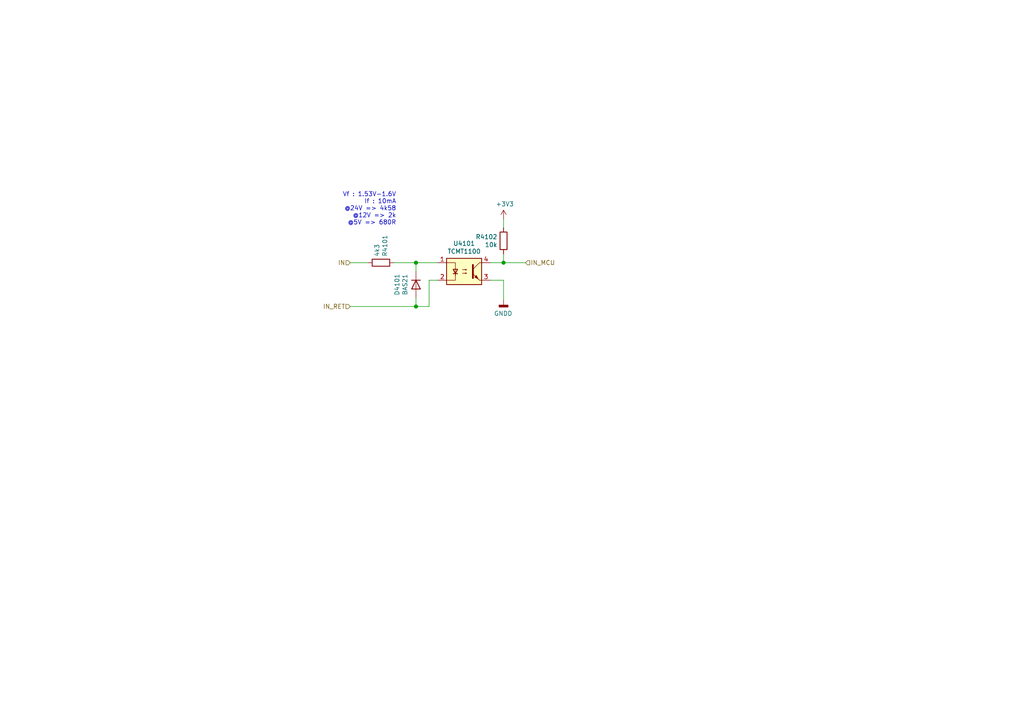
<source format=kicad_sch>
(kicad_sch (version 20211123) (generator eeschema)

  (uuid 30010fc8-4121-456f-ab29-2016785d5607)

  (paper "A4")

  (lib_symbols
    (symbol "Device:R" (pin_numbers hide) (pin_names (offset 0)) (in_bom yes) (on_board yes)
      (property "Reference" "R" (id 0) (at 2.032 0 90)
        (effects (font (size 1.27 1.27)))
      )
      (property "Value" "R" (id 1) (at 0 0 90)
        (effects (font (size 1.27 1.27)))
      )
      (property "Footprint" "" (id 2) (at -1.778 0 90)
        (effects (font (size 1.27 1.27)) hide)
      )
      (property "Datasheet" "~" (id 3) (at 0 0 0)
        (effects (font (size 1.27 1.27)) hide)
      )
      (property "ki_keywords" "R res resistor" (id 4) (at 0 0 0)
        (effects (font (size 1.27 1.27)) hide)
      )
      (property "ki_description" "Resistor" (id 5) (at 0 0 0)
        (effects (font (size 1.27 1.27)) hide)
      )
      (property "ki_fp_filters" "R_*" (id 6) (at 0 0 0)
        (effects (font (size 1.27 1.27)) hide)
      )
      (symbol "R_0_1"
        (rectangle (start -1.016 -2.54) (end 1.016 2.54)
          (stroke (width 0.254) (type default) (color 0 0 0 0))
          (fill (type none))
        )
      )
      (symbol "R_1_1"
        (pin passive line (at 0 3.81 270) (length 1.27)
          (name "~" (effects (font (size 1.27 1.27))))
          (number "1" (effects (font (size 1.27 1.27))))
        )
        (pin passive line (at 0 -3.81 90) (length 1.27)
          (name "~" (effects (font (size 1.27 1.27))))
          (number "2" (effects (font (size 1.27 1.27))))
        )
      )
    )
    (symbol "Diode:BAS21" (pin_numbers hide) (pin_names hide) (in_bom yes) (on_board yes)
      (property "Reference" "D" (id 0) (at 0 2.54 0)
        (effects (font (size 1.27 1.27)))
      )
      (property "Value" "BAS21" (id 1) (at 0 -2.54 0)
        (effects (font (size 1.27 1.27)))
      )
      (property "Footprint" "Package_TO_SOT_SMD:SOT-23" (id 2) (at 0 -4.445 0)
        (effects (font (size 1.27 1.27)) hide)
      )
      (property "Datasheet" "https://www.diodes.com/assets/Datasheets/Ds12004.pdf" (id 3) (at 0 0 0)
        (effects (font (size 1.27 1.27)) hide)
      )
      (property "ki_keywords" "diode" (id 4) (at 0 0 0)
        (effects (font (size 1.27 1.27)) hide)
      )
      (property "ki_description" "250V, 0.4A, High-speed Switching Diode, SOT-23" (id 5) (at 0 0 0)
        (effects (font (size 1.27 1.27)) hide)
      )
      (property "ki_fp_filters" "SOT?23*" (id 6) (at 0 0 0)
        (effects (font (size 1.27 1.27)) hide)
      )
      (symbol "BAS21_0_1"
        (polyline
          (pts
            (xy -1.27 1.27)
            (xy -1.27 -1.27)
          )
          (stroke (width 0.254) (type default) (color 0 0 0 0))
          (fill (type none))
        )
        (polyline
          (pts
            (xy 1.27 0)
            (xy -1.27 0)
          )
          (stroke (width 0) (type default) (color 0 0 0 0))
          (fill (type none))
        )
        (polyline
          (pts
            (xy 1.27 1.27)
            (xy 1.27 -1.27)
            (xy -1.27 0)
            (xy 1.27 1.27)
          )
          (stroke (width 0.254) (type default) (color 0 0 0 0))
          (fill (type none))
        )
      )
      (symbol "BAS21_1_1"
        (pin passive line (at 3.81 0 180) (length 2.54)
          (name "A" (effects (font (size 1.27 1.27))))
          (number "1" (effects (font (size 1.27 1.27))))
        )
        (pin no_connect line (at -1.27 0 0) (length 2.54) hide
          (name "NC" (effects (font (size 1.27 1.27))))
          (number "2" (effects (font (size 1.27 1.27))))
        )
        (pin passive line (at -3.81 0 0) (length 2.54)
          (name "K" (effects (font (size 1.27 1.27))))
          (number "3" (effects (font (size 1.27 1.27))))
        )
      )
    )
    (symbol "Isolator:TCMT1100" (pin_names (offset 1.016)) (in_bom yes) (on_board yes)
      (property "Reference" "U" (id 0) (at 0 5.08 0)
        (effects (font (size 1.27 1.27)))
      )
      (property "Value" "TCMT1100" (id 1) (at 0 -5.08 0)
        (effects (font (size 1.27 1.27)))
      )
      (property "Footprint" "Package_SO:SOP-4_4.4x2.6mm_P1.27mm" (id 2) (at 0 -7.62 0)
        (effects (font (size 1.27 1.27)) hide)
      )
      (property "Datasheet" "http://www.vishay.com/docs/83510/tcmt1100.pdf" (id 3) (at 0 -1.27 0)
        (effects (font (size 1.27 1.27)) (justify left) hide)
      )
      (property "ki_keywords" "NPN DC opto" (id 4) (at 0 0 0)
        (effects (font (size 1.27 1.27)) hide)
      )
      (property "ki_description" "Optocoupler, Vce 70V, CTR 50-600%, Viso 3750V (RMS), SOP-4" (id 5) (at 0 0 0)
        (effects (font (size 1.27 1.27)) hide)
      )
      (property "ki_fp_filters" "SOP*4.4x2.6mm*P1.27mm*" (id 6) (at 0 0 0)
        (effects (font (size 1.27 1.27)) hide)
      )
      (symbol "TCMT1100_1_1"
        (rectangle (start -5.08 3.81) (end 5.08 -3.81)
          (stroke (width 0.254) (type default) (color 0 0 0 0))
          (fill (type background))
        )
        (polyline
          (pts
            (xy -3.175 -0.635)
            (xy -1.905 -0.635)
          )
          (stroke (width 0.254) (type default) (color 0 0 0 0))
          (fill (type none))
        )
        (polyline
          (pts
            (xy 2.54 0.635)
            (xy 4.445 2.54)
          )
          (stroke (width 0) (type default) (color 0 0 0 0))
          (fill (type none))
        )
        (polyline
          (pts
            (xy 4.445 -2.54)
            (xy 2.54 -0.635)
          )
          (stroke (width 0) (type default) (color 0 0 0 0))
          (fill (type outline))
        )
        (polyline
          (pts
            (xy 4.445 -2.54)
            (xy 5.08 -2.54)
          )
          (stroke (width 0) (type default) (color 0 0 0 0))
          (fill (type none))
        )
        (polyline
          (pts
            (xy 4.445 2.54)
            (xy 5.08 2.54)
          )
          (stroke (width 0) (type default) (color 0 0 0 0))
          (fill (type none))
        )
        (polyline
          (pts
            (xy -2.54 -0.635)
            (xy -2.54 -2.54)
            (xy -5.08 -2.54)
          )
          (stroke (width 0) (type default) (color 0 0 0 0))
          (fill (type none))
        )
        (polyline
          (pts
            (xy 2.54 1.905)
            (xy 2.54 -1.905)
            (xy 2.54 -1.905)
          )
          (stroke (width 0.508) (type default) (color 0 0 0 0))
          (fill (type none))
        )
        (polyline
          (pts
            (xy -5.08 2.54)
            (xy -2.54 2.54)
            (xy -2.54 -1.27)
            (xy -2.54 0.635)
          )
          (stroke (width 0) (type default) (color 0 0 0 0))
          (fill (type none))
        )
        (polyline
          (pts
            (xy -2.54 -0.635)
            (xy -3.175 0.635)
            (xy -1.905 0.635)
            (xy -2.54 -0.635)
          )
          (stroke (width 0.254) (type default) (color 0 0 0 0))
          (fill (type none))
        )
        (polyline
          (pts
            (xy -0.508 -0.508)
            (xy 0.762 -0.508)
            (xy 0.381 -0.635)
            (xy 0.381 -0.381)
            (xy 0.762 -0.508)
          )
          (stroke (width 0) (type default) (color 0 0 0 0))
          (fill (type none))
        )
        (polyline
          (pts
            (xy -0.508 0.508)
            (xy 0.762 0.508)
            (xy 0.381 0.381)
            (xy 0.381 0.635)
            (xy 0.762 0.508)
          )
          (stroke (width 0) (type default) (color 0 0 0 0))
          (fill (type none))
        )
        (polyline
          (pts
            (xy 3.048 -1.651)
            (xy 3.556 -1.143)
            (xy 4.064 -2.159)
            (xy 3.048 -1.651)
            (xy 3.048 -1.651)
          )
          (stroke (width 0) (type default) (color 0 0 0 0))
          (fill (type outline))
        )
        (pin passive line (at -7.62 2.54 0) (length 2.54)
          (name "~" (effects (font (size 1.27 1.27))))
          (number "1" (effects (font (size 1.27 1.27))))
        )
        (pin passive line (at -7.62 -2.54 0) (length 2.54)
          (name "~" (effects (font (size 1.27 1.27))))
          (number "2" (effects (font (size 1.27 1.27))))
        )
        (pin passive line (at 7.62 -2.54 180) (length 2.54)
          (name "~" (effects (font (size 1.27 1.27))))
          (number "3" (effects (font (size 1.27 1.27))))
        )
        (pin passive line (at 7.62 2.54 180) (length 2.54)
          (name "~" (effects (font (size 1.27 1.27))))
          (number "4" (effects (font (size 1.27 1.27))))
        )
      )
    )
    (symbol "power:+3V3" (power) (pin_names (offset 0)) (in_bom yes) (on_board yes)
      (property "Reference" "#PWR" (id 0) (at 0 -3.81 0)
        (effects (font (size 1.27 1.27)) hide)
      )
      (property "Value" "+3V3" (id 1) (at 0 3.556 0)
        (effects (font (size 1.27 1.27)))
      )
      (property "Footprint" "" (id 2) (at 0 0 0)
        (effects (font (size 1.27 1.27)) hide)
      )
      (property "Datasheet" "" (id 3) (at 0 0 0)
        (effects (font (size 1.27 1.27)) hide)
      )
      (property "ki_keywords" "power-flag" (id 4) (at 0 0 0)
        (effects (font (size 1.27 1.27)) hide)
      )
      (property "ki_description" "Power symbol creates a global label with name \"+3V3\"" (id 5) (at 0 0 0)
        (effects (font (size 1.27 1.27)) hide)
      )
      (symbol "+3V3_0_1"
        (polyline
          (pts
            (xy -0.762 1.27)
            (xy 0 2.54)
          )
          (stroke (width 0) (type default) (color 0 0 0 0))
          (fill (type none))
        )
        (polyline
          (pts
            (xy 0 0)
            (xy 0 2.54)
          )
          (stroke (width 0) (type default) (color 0 0 0 0))
          (fill (type none))
        )
        (polyline
          (pts
            (xy 0 2.54)
            (xy 0.762 1.27)
          )
          (stroke (width 0) (type default) (color 0 0 0 0))
          (fill (type none))
        )
      )
      (symbol "+3V3_1_1"
        (pin power_in line (at 0 0 90) (length 0) hide
          (name "+3V3" (effects (font (size 1.27 1.27))))
          (number "1" (effects (font (size 1.27 1.27))))
        )
      )
    )
    (symbol "power:GNDD" (power) (pin_names (offset 0)) (in_bom yes) (on_board yes)
      (property "Reference" "#PWR" (id 0) (at 0 -6.35 0)
        (effects (font (size 1.27 1.27)) hide)
      )
      (property "Value" "GNDD" (id 1) (at 0 -3.175 0)
        (effects (font (size 1.27 1.27)))
      )
      (property "Footprint" "" (id 2) (at 0 0 0)
        (effects (font (size 1.27 1.27)) hide)
      )
      (property "Datasheet" "" (id 3) (at 0 0 0)
        (effects (font (size 1.27 1.27)) hide)
      )
      (property "ki_keywords" "power-flag" (id 4) (at 0 0 0)
        (effects (font (size 1.27 1.27)) hide)
      )
      (property "ki_description" "Power symbol creates a global label with name \"GNDD\" , digital ground" (id 5) (at 0 0 0)
        (effects (font (size 1.27 1.27)) hide)
      )
      (symbol "GNDD_0_1"
        (rectangle (start -1.27 -1.524) (end 1.27 -2.032)
          (stroke (width 0.254) (type default) (color 0 0 0 0))
          (fill (type outline))
        )
        (polyline
          (pts
            (xy 0 0)
            (xy 0 -1.524)
          )
          (stroke (width 0) (type default) (color 0 0 0 0))
          (fill (type none))
        )
      )
      (symbol "GNDD_1_1"
        (pin power_in line (at 0 0 270) (length 0) hide
          (name "GNDD" (effects (font (size 1.27 1.27))))
          (number "1" (effects (font (size 1.27 1.27))))
        )
      )
    )
  )

  (junction (at 146.05 76.2) (diameter 1.016) (color 0 0 0 0)
    (uuid 67ab6325-5225-42ee-86cc-5aee5e01efce)
  )
  (junction (at 120.65 88.9) (diameter 1.016) (color 0 0 0 0)
    (uuid bace1c82-95a6-4669-a7e7-5bc2416e7e84)
  )
  (junction (at 120.65 76.2) (diameter 1.016) (color 0 0 0 0)
    (uuid f238640e-3401-420a-ac31-a433f268cbfc)
  )

  (wire (pts (xy 146.05 81.28) (xy 146.05 86.995))
    (stroke (width 0) (type solid) (color 0 0 0 0))
    (uuid 00d4fb16-433f-4ad2-abb7-f2e84c872a3e)
  )
  (wire (pts (xy 101.6 88.9) (xy 120.65 88.9))
    (stroke (width 0) (type solid) (color 0 0 0 0))
    (uuid 05a03d0f-2e49-409b-a19f-bd595dade153)
  )
  (wire (pts (xy 120.65 86.36) (xy 120.65 88.9))
    (stroke (width 0) (type solid) (color 0 0 0 0))
    (uuid 08e64842-20f4-4fa7-b3bf-7017a0c6d937)
  )
  (wire (pts (xy 146.05 63.5) (xy 146.05 66.04))
    (stroke (width 0) (type solid) (color 0 0 0 0))
    (uuid 243cbe59-54f3-495a-9c70-e13a2b90ddfe)
  )
  (wire (pts (xy 127 81.28) (xy 124.46 81.28))
    (stroke (width 0) (type solid) (color 0 0 0 0))
    (uuid 32ad9d71-c4ea-45a5-8f96-22fb38aaf067)
  )
  (wire (pts (xy 142.24 76.2) (xy 146.05 76.2))
    (stroke (width 0) (type solid) (color 0 0 0 0))
    (uuid 5b6d3c18-78e3-43a0-82d0-cc5890312ce1)
  )
  (wire (pts (xy 101.6 76.2) (xy 106.68 76.2))
    (stroke (width 0) (type solid) (color 0 0 0 0))
    (uuid 81bb7c08-949e-4100-93c6-478422601a05)
  )
  (wire (pts (xy 146.05 76.2) (xy 146.05 73.66))
    (stroke (width 0) (type solid) (color 0 0 0 0))
    (uuid 8610c316-ec31-4e59-ad1e-050a6268ffc2)
  )
  (wire (pts (xy 142.24 81.28) (xy 146.05 81.28))
    (stroke (width 0) (type solid) (color 0 0 0 0))
    (uuid 9c93f676-c9fb-4acb-890f-1a3e793c1599)
  )
  (wire (pts (xy 124.46 81.28) (xy 124.46 88.9))
    (stroke (width 0) (type solid) (color 0 0 0 0))
    (uuid afa40d27-375d-447c-8156-b6477635e628)
  )
  (wire (pts (xy 146.05 76.2) (xy 152.4 76.2))
    (stroke (width 0) (type solid) (color 0 0 0 0))
    (uuid c62c6f5c-dd81-48ef-aa10-bd5022f1c329)
  )
  (wire (pts (xy 120.65 76.2) (xy 120.65 78.74))
    (stroke (width 0) (type solid) (color 0 0 0 0))
    (uuid c6343ff5-8f3d-453a-86b0-2f2e628158d8)
  )
  (wire (pts (xy 124.46 88.9) (xy 120.65 88.9))
    (stroke (width 0) (type solid) (color 0 0 0 0))
    (uuid d50e34d0-25b7-418b-a502-e8c562a7874f)
  )
  (wire (pts (xy 120.65 76.2) (xy 127 76.2))
    (stroke (width 0) (type solid) (color 0 0 0 0))
    (uuid d739aadd-4ea7-42d0-a34f-0a1d956b0dfe)
  )
  (wire (pts (xy 114.3 76.2) (xy 120.65 76.2))
    (stroke (width 0) (type solid) (color 0 0 0 0))
    (uuid dde046c1-a561-4b8b-bd31-bf37f22b9b2d)
  )

  (text "Vf : 1.53V-1.6V\nIf : 10mA\n@24V => 4k58\n@12V => 2k\n@5V => 680R"
    (at 114.935 65.405 0)
    (effects (font (size 1.27 1.27)) (justify right bottom))
    (uuid c30a7dc4-3cb8-42e3-80f7-e90ac4cedf67)
  )

  (hierarchical_label "IN_RET" (shape input) (at 101.6 88.9 180)
    (effects (font (size 1.27 1.27)) (justify right))
    (uuid 2c6c9424-39c5-4a6e-b925-c13ddfd7708c)
  )
  (hierarchical_label "IN_MCU" (shape input) (at 152.4 76.2 0)
    (effects (font (size 1.27 1.27)) (justify left))
    (uuid 82fb509b-f070-4b00-914c-78fe579c4276)
  )
  (hierarchical_label "IN" (shape input) (at 101.6 76.2 180)
    (effects (font (size 1.27 1.27)) (justify right))
    (uuid eca57eaa-af6b-4f19-bd5f-1f5292d05222)
  )

  (symbol (lib_id "power:GNDD") (at 146.05 86.995 0) (mirror y)
    (in_bom yes) (on_board yes)
    (uuid 21844643-d027-4f94-83bc-bf0a02b0feae)
    (property "Reference" "#PWR04102" (id 0) (at 146.05 93.345 0)
      (effects (font (size 1.27 1.27)) hide)
    )
    (property "Value" "GNDD" (id 1) (at 145.9484 90.932 0))
    (property "Footprint" "" (id 2) (at 146.05 86.995 0)
      (effects (font (size 1.27 1.27)) hide)
    )
    (property "Datasheet" "" (id 3) (at 146.05 86.995 0)
      (effects (font (size 1.27 1.27)) hide)
    )
    (pin "1" (uuid c5dc6bcf-ce15-40ff-b0f5-c3bf2ed1901c))
  )

  (symbol (lib_id "Diode:BAS21") (at 120.65 82.55 270)
    (in_bom yes) (on_board yes)
    (uuid 4bbe6c10-c365-43d8-95fe-aff27f2e83c7)
    (property "Reference" "D4101" (id 0) (at 115.1698 82.55 0))
    (property "Value" "BAS21" (id 1) (at 117.4685 82.55 0))
    (property "Footprint" "Package_TO_SOT_SMD:SOT-23" (id 2) (at 116.205 82.55 0)
      (effects (font (size 1.27 1.27)) hide)
    )
    (property "Datasheet" "https://www.diodes.com/assets/Datasheets/Ds12004.pdf" (id 3) (at 120.65 82.55 0)
      (effects (font (size 1.27 1.27)) hide)
    )
    (pin "1" (uuid 48a74e27-6918-432a-99bf-797942196c60))
    (pin "2" (uuid 584c8502-4f0b-45b7-96ab-b474b86c6573))
    (pin "3" (uuid 89bf9190-09fa-4805-a1fc-7d1c28f9bcb9))
  )

  (symbol (lib_id "power:+3V3") (at 146.05 63.5 0)
    (in_bom yes) (on_board yes)
    (uuid 780e1766-0db4-4f52-9d7a-a76e4312aefd)
    (property "Reference" "#PWR04101" (id 0) (at 146.05 67.31 0)
      (effects (font (size 1.27 1.27)) hide)
    )
    (property "Value" "+3V3" (id 1) (at 146.4183 59.1756 0))
    (property "Footprint" "" (id 2) (at 146.05 63.5 0)
      (effects (font (size 1.27 1.27)) hide)
    )
    (property "Datasheet" "" (id 3) (at 146.05 63.5 0)
      (effects (font (size 1.27 1.27)) hide)
    )
    (pin "1" (uuid 7b37b8f6-75cb-4b8c-9d4e-8c76b468d8b2))
  )

  (symbol (lib_id "Device:R") (at 110.49 76.2 270) (mirror x)
    (in_bom yes) (on_board yes)
    (uuid a4bd1170-dc8f-4c1e-9181-0044fa0333f1)
    (property "Reference" "R4101" (id 0) (at 111.6394 74.4219 0)
      (effects (font (size 1.27 1.27)) (justify left))
    )
    (property "Value" "4k3" (id 1) (at 109.341 74.422 0)
      (effects (font (size 1.27 1.27)) (justify left))
    )
    (property "Footprint" "Resistor_SMD:R_0603_1608Metric" (id 2) (at 110.49 77.978 90)
      (effects (font (size 1.27 1.27)) hide)
    )
    (property "Datasheet" "~" (id 3) (at 110.49 76.2 0)
      (effects (font (size 1.27 1.27)) hide)
    )
    (pin "1" (uuid 66f3ed68-628a-44d2-897a-a22103cc3b4d))
    (pin "2" (uuid 6c3c2bbc-7500-4c9e-b4b5-783c41765a18))
  )

  (symbol (lib_id "Device:R") (at 146.05 69.85 0) (mirror y)
    (in_bom yes) (on_board yes)
    (uuid aee1ee90-d33c-41d0-a68a-5403727d0235)
    (property "Reference" "R4102" (id 0) (at 144.2719 68.7006 0)
      (effects (font (size 1.27 1.27)) (justify left))
    )
    (property "Value" "10k" (id 1) (at 144.272 70.999 0)
      (effects (font (size 1.27 1.27)) (justify left))
    )
    (property "Footprint" "Resistor_SMD:R_0603_1608Metric" (id 2) (at 147.828 69.85 90)
      (effects (font (size 1.27 1.27)) hide)
    )
    (property "Datasheet" "~" (id 3) (at 146.05 69.85 0)
      (effects (font (size 1.27 1.27)) hide)
    )
    (pin "1" (uuid debc8906-a7fb-482d-8dc0-4a383d215410))
    (pin "2" (uuid 43c32757-32f3-4723-8df9-fee4dc79f339))
  )

  (symbol (lib_id "Isolator:TCMT1100") (at 134.62 78.74 0)
    (in_bom yes) (on_board yes)
    (uuid e0ce909b-7949-42ea-89f4-5f03daa89887)
    (property "Reference" "U4101" (id 0) (at 134.62 70.6182 0))
    (property "Value" "TCMT1100" (id 1) (at 134.62 72.9169 0))
    (property "Footprint" "Package_SO:SOP-4_4.4x2.6mm_P1.27mm" (id 2) (at 134.62 86.36 0)
      (effects (font (size 1.27 1.27)) hide)
    )
    (property "Datasheet" "http://www.vishay.com/docs/83510/tcmt1100.pdf" (id 3) (at 134.62 80.01 0)
      (effects (font (size 1.27 1.27)) (justify left) hide)
    )
    (pin "1" (uuid 3466d77a-02be-4b33-84d0-2aa1d0121cbb))
    (pin "2" (uuid a526b0ce-3f35-4ca4-babe-60c63a9069a4))
    (pin "3" (uuid d2f5f8a9-87a1-4f75-8d79-d3424f0a8ca4))
    (pin "4" (uuid e8144e7e-c684-49ed-ad4b-5f2d23ea083d))
  )
)

</source>
